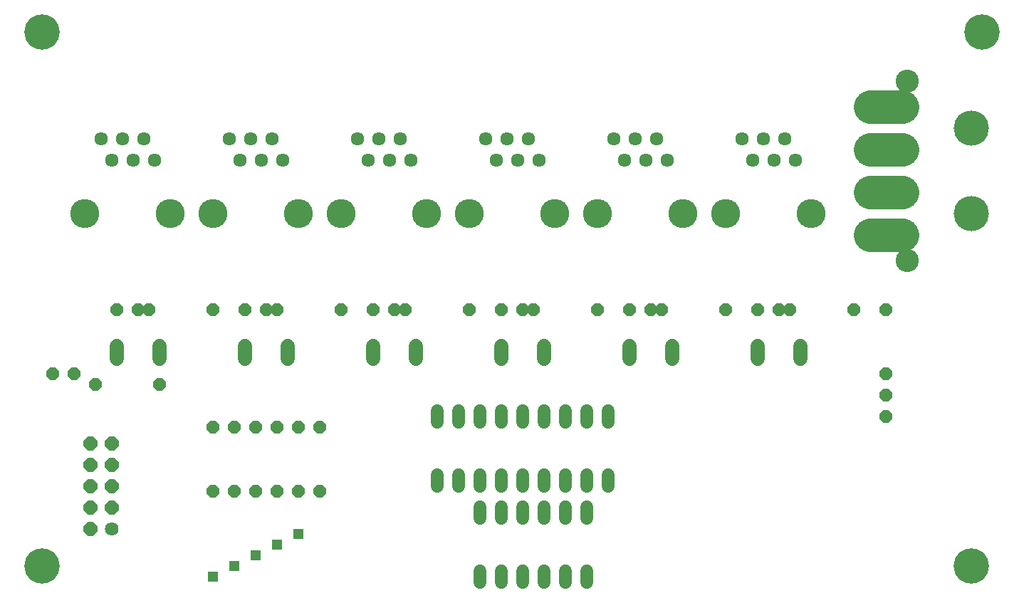
<source format=gts>
G75*
G70*
%OFA0B0*%
%FSLAX24Y24*%
%IPPOS*%
%LPD*%
%AMOC8*
5,1,8,0,0,1.08239X$1,22.5*
%
%ADD10C,0.1655*%
%ADD11C,0.0634*%
%ADD12C,0.1360*%
%ADD13C,0.0640*%
%ADD14OC8,0.0640*%
%ADD15C,0.0600*%
%ADD16C,0.1580*%
%ADD17C,0.1080*%
%ADD18C,0.1650*%
%ADD19C,0.0680*%
%ADD20OC8,0.0600*%
%ADD21R,0.0476X0.0476*%
D10*
X001699Y001689D03*
X001699Y026689D03*
X045199Y001689D03*
X045699Y026689D03*
D11*
X036449Y021689D03*
X035449Y021689D03*
X034449Y021689D03*
X034949Y020689D03*
X035949Y020689D03*
X036949Y020689D03*
X030949Y020689D03*
X029949Y020689D03*
X028949Y020689D03*
X028449Y021689D03*
X029449Y021689D03*
X030449Y021689D03*
X024949Y020689D03*
X023949Y020689D03*
X022949Y020689D03*
X022449Y021689D03*
X023449Y021689D03*
X024449Y021689D03*
X018949Y020689D03*
X017949Y020689D03*
X016949Y020689D03*
X016449Y021689D03*
X017449Y021689D03*
X018449Y021689D03*
X012949Y020689D03*
X011949Y020689D03*
X010949Y020689D03*
X010449Y021689D03*
X011449Y021689D03*
X012449Y021689D03*
X006949Y020689D03*
X005949Y020689D03*
X004949Y020689D03*
X004449Y021689D03*
X005449Y021689D03*
X006449Y021689D03*
D12*
X007699Y018189D03*
X009699Y018189D03*
X013699Y018189D03*
X015699Y018189D03*
X019699Y018189D03*
X021699Y018189D03*
X025699Y018189D03*
X027699Y018189D03*
X031699Y018189D03*
X033699Y018189D03*
X037699Y018189D03*
X003699Y018189D03*
D13*
X004949Y003439D03*
D14*
X003949Y003439D03*
X003949Y004439D03*
X004949Y004439D03*
X004949Y005439D03*
X003949Y005439D03*
X003949Y006439D03*
X004949Y006439D03*
X004949Y007439D03*
X003949Y007439D03*
D15*
X020199Y008429D02*
X020199Y008949D01*
X021199Y008949D02*
X021199Y008429D01*
X022199Y008429D02*
X022199Y008949D01*
X023199Y008949D02*
X023199Y008429D01*
X024199Y008429D02*
X024199Y008949D01*
X025199Y008949D02*
X025199Y008429D01*
X026199Y008429D02*
X026199Y008949D01*
X027199Y008949D02*
X027199Y008429D01*
X028199Y008429D02*
X028199Y008949D01*
X028199Y005949D02*
X028199Y005429D01*
X027199Y005429D02*
X027199Y005949D01*
X026199Y005949D02*
X026199Y005429D01*
X025199Y005429D02*
X025199Y005949D01*
X024199Y005949D02*
X024199Y005429D01*
X023199Y005429D02*
X023199Y005949D01*
X022199Y005949D02*
X022199Y005429D01*
X021199Y005429D02*
X021199Y005949D01*
X020199Y005949D02*
X020199Y005429D01*
X022199Y004449D02*
X022199Y003929D01*
X023199Y003929D02*
X023199Y004449D01*
X024199Y004449D02*
X024199Y003929D01*
X025199Y003929D02*
X025199Y004449D01*
X026199Y004449D02*
X026199Y003929D01*
X027199Y003929D02*
X027199Y004449D01*
X027199Y001449D02*
X027199Y000929D01*
X026199Y000929D02*
X026199Y001449D01*
X025199Y001449D02*
X025199Y000929D01*
X024199Y000929D02*
X024199Y001449D01*
X023199Y001449D02*
X023199Y000929D01*
X022199Y000929D02*
X022199Y001449D01*
D16*
X040449Y017189D02*
X041949Y017189D01*
X041949Y019189D02*
X040449Y019189D01*
X040449Y021189D02*
X041949Y021189D01*
X041949Y023189D02*
X040449Y023189D01*
D17*
X042199Y024389D03*
X042199Y015989D03*
D18*
X045199Y018189D03*
X045199Y022189D03*
D19*
X037199Y011989D02*
X037199Y011389D01*
X035199Y011389D02*
X035199Y011989D01*
X031199Y011989D02*
X031199Y011389D01*
X029199Y011389D02*
X029199Y011989D01*
X025199Y011989D02*
X025199Y011389D01*
X023199Y011389D02*
X023199Y011989D01*
X019199Y011989D02*
X019199Y011389D01*
X017199Y011389D02*
X017199Y011989D01*
X013199Y011989D02*
X013199Y011389D01*
X011199Y011389D02*
X011199Y011989D01*
X007199Y011989D02*
X007199Y011389D01*
X005199Y011389D02*
X005199Y011989D01*
D20*
X003199Y010689D03*
X002199Y010689D03*
X004199Y010189D03*
X007199Y010189D03*
X009699Y008189D03*
X010699Y008189D03*
X011699Y008189D03*
X012699Y008189D03*
X013699Y008189D03*
X014699Y008189D03*
X014699Y005189D03*
X013699Y005189D03*
X012699Y005189D03*
X011699Y005189D03*
X010699Y005189D03*
X009699Y005189D03*
X009699Y013689D03*
X011199Y013689D03*
X012199Y013689D03*
X012699Y013689D03*
X015699Y013689D03*
X017199Y013689D03*
X018199Y013689D03*
X018699Y013689D03*
X021699Y013689D03*
X023199Y013689D03*
X024199Y013689D03*
X024699Y013689D03*
X027699Y013689D03*
X029199Y013689D03*
X030199Y013689D03*
X030699Y013689D03*
X033699Y013689D03*
X035199Y013689D03*
X036199Y013689D03*
X036699Y013689D03*
X039699Y013689D03*
X041199Y013689D03*
X041199Y010689D03*
X041199Y009689D03*
X041199Y008689D03*
X006699Y013689D03*
X006199Y013689D03*
X005199Y013689D03*
D21*
X013699Y003189D03*
X012699Y002689D03*
X011699Y002189D03*
X010699Y001689D03*
X009699Y001189D03*
M02*

</source>
